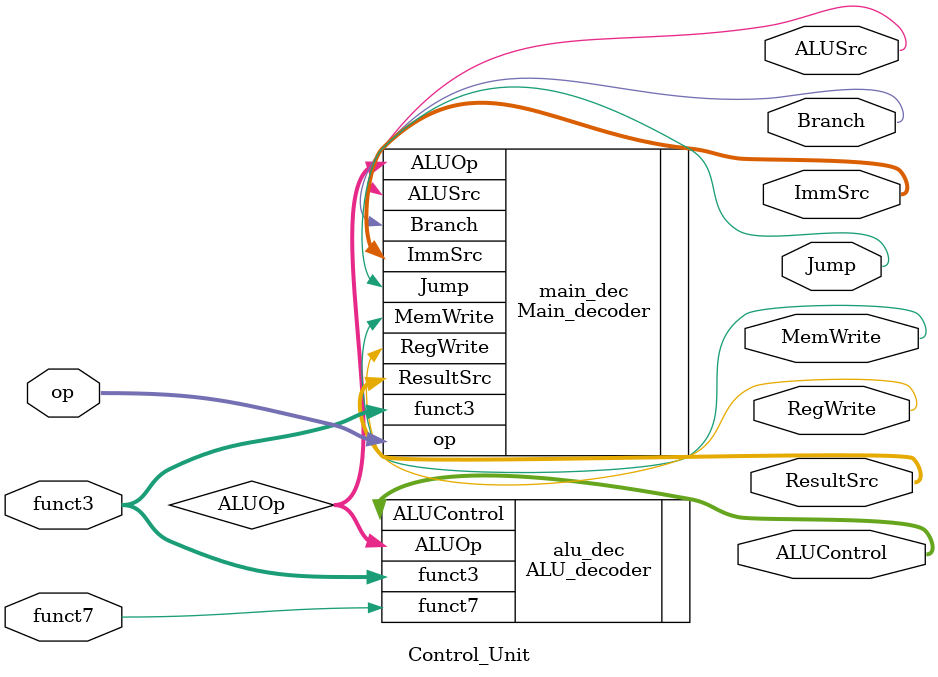
<source format=v>
`timescale 1ns / 1ps
(* keep_hierarchy = "yes" *)
module Control_Unit(
    input  [6:0] op,         // Opcode
    input  [2:0] funct3,     // Campo funct3
    input        funct7,     // Bit 30 (funct7[5])
    
    output       RegWrite,
    output [1:0] ResultSrc,
    output       MemWrite,
    output       Jump,
    output       Branch,
    output [2:0] ALUControl,
    output       ALUSrc,
    output [1:0] ImmSrc
);

    // Signal interna entre los decoders
    wire [1:0] ALUOp;
    // =============================
    // Instancia del MAIN DECODER
    // =============================
    Main_decoder main_dec (
        .op(op),
        .funct3(funct3),
        .RegWrite(RegWrite),
        .ImmSrc(ImmSrc),
        .ALUSrc(ALUSrc),
        .MemWrite(MemWrite),
        .ResultSrc(ResultSrc),
        .ALUOp(ALUOp),
        .Branch(Branch),
        .Jump(Jump)
    );

    // =============================
    // Instancia del ALU DECODER
    // =============================
    ALU_decoder alu_dec (
        .funct3(funct3),
        .funct7(funct7),
        .ALUOp(ALUOp),
        .ALUControl(ALUControl)
    );
    // =============================
    // Logica de PCSrc
    // =============================
    //assign PCt   = Branch & Zero;
    //assign PCSrc = Jump | PCt;
endmodule


</source>
